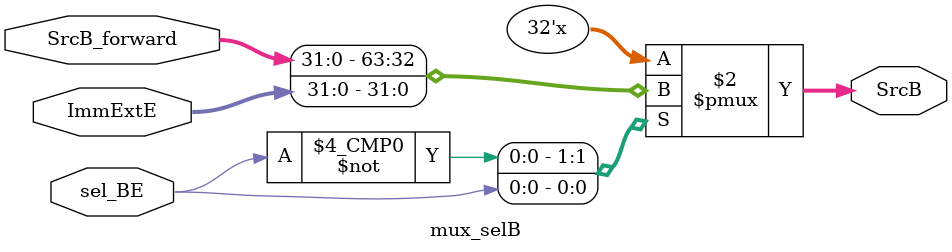
<source format=sv>
module mux_selB (
    input  logic        sel_BE, //from controller
    input  logic [31:0] ImmExtE, SrcB_forward,
    output logic [31:0] SrcB
);

always_comb begin 
    case (sel_BE)
       1'b0 : SrcB = SrcB_forward;
       1'b1 : SrcB = ImmExtE;
    endcase
    
end
    
endmodule


</source>
